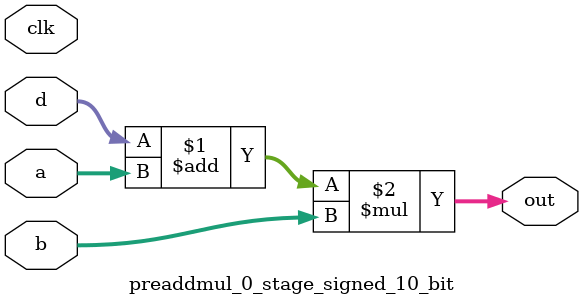
<source format=sv>
(* use_dsp = "yes" *) module preaddmul_0_stage_signed_10_bit(
	input signed [9:0] a,
	input signed [9:0] b,
	input signed [9:0] d,
	output [9:0] out,
	input clk);

	assign out = (d + a) * b;
endmodule

</source>
